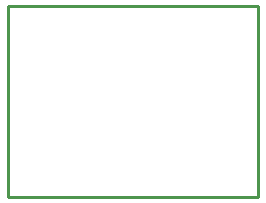
<source format=gko>
%FSLAX25Y25*%
%MOIN*%
G70*
G01*
G75*
G04 Layer_Color=16711935*
%ADD10R,0.03543X0.02953*%
%ADD11R,0.02953X0.01772*%
%ADD12R,0.02953X0.01772*%
%ADD13R,0.04134X0.05906*%
%ADD14R,0.08661X0.02362*%
%ADD15R,0.08661X0.02362*%
%ADD16R,0.02953X0.03543*%
%ADD17R,0.03150X0.03740*%
%ADD18R,0.09449X0.12992*%
%ADD19R,0.09449X0.03937*%
%ADD20C,0.01200*%
%ADD21C,0.05000*%
%ADD22C,0.04000*%
%ADD23C,0.02000*%
%ADD24C,0.05906*%
%ADD25R,0.05906X0.05906*%
%ADD26C,0.02787*%
%ADD27R,0.05906X0.05906*%
%ADD28C,0.02500*%
%ADD29R,0.03740X0.03150*%
%ADD30O,0.02165X0.06496*%
%ADD31O,0.06496X0.02165*%
%ADD32C,0.01000*%
%ADD33C,0.00787*%
%ADD34C,0.00984*%
%ADD35R,0.04343X0.03753*%
%ADD36R,0.03753X0.02572*%
%ADD37R,0.03753X0.02572*%
%ADD38R,0.04934X0.06706*%
%ADD39R,0.09461X0.03162*%
%ADD40R,0.09461X0.03162*%
%ADD41R,0.03753X0.04343*%
%ADD42R,0.03950X0.04540*%
%ADD43R,0.10249X0.13792*%
%ADD44R,0.10249X0.04737*%
%ADD45C,0.06706*%
%ADD46R,0.06706X0.06706*%
%ADD47C,0.04187*%
%ADD48R,0.06706X0.06706*%
%ADD49C,0.03300*%
%ADD50C,0.03900*%
%ADD51R,0.04540X0.03950*%
%ADD52O,0.02965X0.07296*%
%ADD53O,0.07296X0.02965*%
%ADD54C,0.02362*%
D32*
X1103000Y111000D02*
Y174500D01*
X1019500Y111000D02*
X1103000D01*
X1019500Y174500D02*
X1103000D01*
X1019500Y111000D02*
Y174500D01*
M02*

</source>
